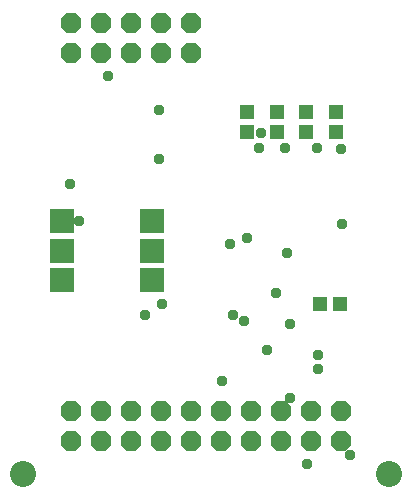
<source format=gbr>
G04 EAGLE Gerber RS-274X export*
G75*
%MOMM*%
%FSLAX34Y34*%
%LPD*%
%INSoldermask Bottom*%
%IPPOS*%
%AMOC8*
5,1,8,0,0,1.08239X$1,22.5*%
G01*
%ADD10C,2.203200*%
%ADD11R,1.303200X1.203200*%
%ADD12P,1.869504X8X202.500000*%
%ADD13R,2.003200X2.003200*%
%ADD14P,1.869504X8X22.500000*%
%ADD15C,0.959600*%


D10*
X20000Y20000D03*
X330000Y20000D03*
D11*
X288370Y163940D03*
X271370Y163940D03*
D12*
X289300Y48100D03*
X263900Y48100D03*
X238500Y48100D03*
X213100Y48100D03*
X187700Y48100D03*
X162300Y48100D03*
X136900Y48100D03*
X111500Y48100D03*
X86100Y48100D03*
X60700Y48100D03*
X289300Y73500D03*
X263900Y73500D03*
X238500Y73500D03*
X213100Y73500D03*
X187700Y73500D03*
X162300Y73500D03*
X136900Y73500D03*
X111500Y73500D03*
X86100Y73500D03*
X60700Y73500D03*
D11*
X285000Y309480D03*
X285000Y326480D03*
X210000Y309480D03*
X210000Y326480D03*
X235000Y309480D03*
X235000Y326480D03*
X260000Y309480D03*
X260000Y326480D03*
D13*
X53120Y234640D03*
X53120Y209240D03*
X53120Y183940D03*
X129320Y234640D03*
X129320Y209240D03*
X129320Y183940D03*
D14*
X61200Y401900D03*
X86600Y401900D03*
X112000Y401900D03*
X137400Y401900D03*
X162800Y401900D03*
X61200Y376500D03*
X86600Y376500D03*
X112000Y376500D03*
X137400Y376500D03*
X162800Y376500D03*
D15*
X270256Y108585D03*
X221996Y308864D03*
X243713Y207518D03*
X195453Y214757D03*
X209931Y219583D03*
X270256Y120650D03*
X260604Y28956D03*
X137541Y164084D03*
X246126Y147193D03*
X246126Y84455D03*
X226822Y125476D03*
X207518Y149606D03*
X135128Y287147D03*
X135128Y328168D03*
X197866Y154432D03*
X123063Y154432D03*
X60325Y265430D03*
X234061Y173736D03*
X188214Y98933D03*
X296799Y36195D03*
X290000Y232000D03*
X220000Y296000D03*
X289000Y295000D03*
X242000Y296000D03*
X269000Y296000D03*
X91694Y357124D03*
X67564Y234061D03*
M02*

</source>
